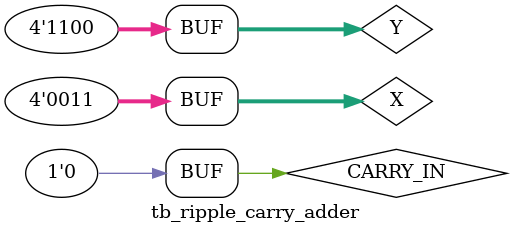
<source format=v>

`timescale 10ns/1ps

module tb_ripple_carry_adder;

reg [3:0] X;
reg [3:0] Y;
reg       CARRY_IN;
wire [3:0] SUM;
wire      CARRY_OUT;

fulladder4b fa4b (SUM, CARRY_OUT, X, Y, CARRY_IN);

initial begin
/*
X=4'b0000; Y=4'b0000; CARRY_IN = 1'b0;
#1 X=4'b0000; Y=4'b0001; CARRY_IN = 1'b0;
#1 X=4'b0000; Y=4'b0001; CARRY_IN = 1'b0;
#1 X=4'b1100; Y=4'b0011; CARRY_IN = 1'b0;
#1 X=4'b1100; Y=4'b0011; CARRY_IN = 1'b1;
#1 X=4'b1111; Y=4'b1111; CARRY_IN = 1'b1;*/

X=4'b0000; Y=4'b0000; CARRY_IN = 1'b0;  // carry_in ??? ??
# 1 X=4'b0100; Y=4'b1000;
# 1 X=4'b0011; Y=4'b0111;
# 1 X=4'b1100; Y=4'b0101;
# 1 X=4'b0011; Y=4'b1100;

# 10;
end

endmodule


</source>
